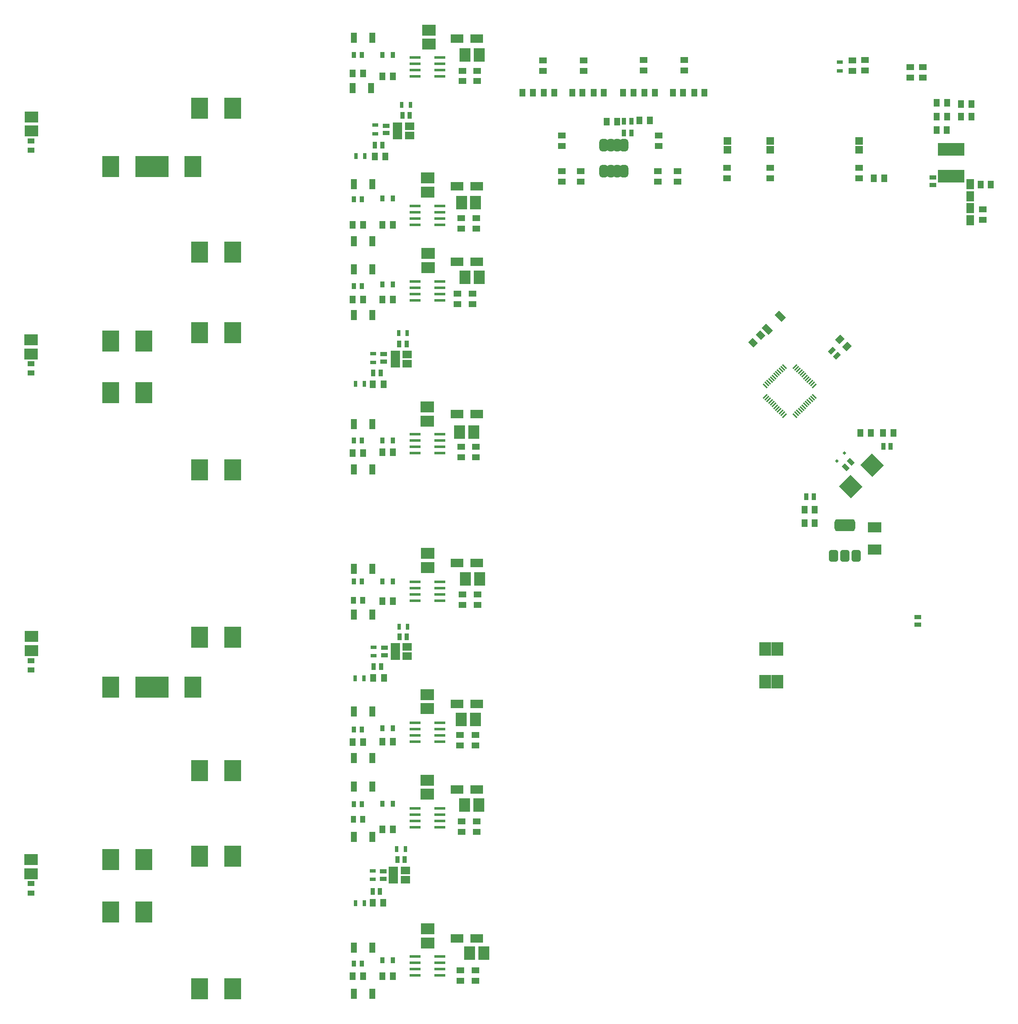
<source format=gbr>
%TF.GenerationSoftware,Altium Limited,Altium Designer,21.6.4 (81)*%
G04 Layer_Color=128*
%FSLAX43Y43*%
%MOMM*%
%TF.SameCoordinates,A962B9D3-E780-4B03-8A10-E236CC36F35F*%
%TF.FilePolarity,Positive*%
%TF.FileFunction,Paste,Bot*%
%TF.Part,Single*%
G01*
G75*
%TA.AperFunction,SMDPad,CuDef*%
%ADD12R,1.157X1.508*%
%ADD16R,1.508X1.157*%
%ADD77R,0.950X1.350*%
%ADD78R,1.350X0.950*%
%ADD79R,1.250X2.000*%
%ADD80R,1.508X1.207*%
%ADD83R,1.207X1.508*%
G04:AMPARAMS|DCode=84|XSize=1.194mm|YSize=0.305mm|CornerRadius=0mm|HoleSize=0mm|Usage=FLASHONLY|Rotation=315.000|XOffset=0mm|YOffset=0mm|HoleType=Round|Shape=Rectangle|*
%AMROTATEDRECTD84*
4,1,4,-0.530,0.314,-0.314,0.530,0.530,-0.314,0.314,-0.530,-0.530,0.314,0.0*
%
%ADD84ROTATEDRECTD84*%

G04:AMPARAMS|DCode=85|XSize=1.194mm|YSize=0.305mm|CornerRadius=0mm|HoleSize=0mm|Usage=FLASHONLY|Rotation=45.000|XOffset=0mm|YOffset=0mm|HoleType=Round|Shape=Rectangle|*
%AMROTATEDRECTD85*
4,1,4,-0.314,-0.530,-0.530,-0.314,0.314,0.530,0.530,0.314,-0.314,-0.530,0.0*
%
%ADD85ROTATEDRECTD85*%

G04:AMPARAMS|DCode=86|XSize=1.207mm|YSize=1.508mm|CornerRadius=0mm|HoleSize=0mm|Usage=FLASHONLY|Rotation=45.000|XOffset=0mm|YOffset=0mm|HoleType=Round|Shape=Rectangle|*
%AMROTATEDRECTD86*
4,1,4,0.107,-0.960,-0.960,0.107,-0.107,0.960,0.960,-0.107,0.107,-0.960,0.0*
%
%ADD86ROTATEDRECTD86*%

G04:AMPARAMS|DCode=88|XSize=0.95mm|YSize=1.35mm|CornerRadius=0mm|HoleSize=0mm|Usage=FLASHONLY|Rotation=45.000|XOffset=0mm|YOffset=0mm|HoleType=Round|Shape=Rectangle|*
%AMROTATEDRECTD88*
4,1,4,0.141,-0.813,-0.813,0.141,-0.141,0.813,0.813,-0.141,0.141,-0.813,0.0*
%
%ADD88ROTATEDRECTD88*%

G04:AMPARAMS|DCode=90|XSize=0.95mm|YSize=1.35mm|CornerRadius=0mm|HoleSize=0mm|Usage=FLASHONLY|Rotation=135.000|XOffset=0mm|YOffset=0mm|HoleType=Round|Shape=Rectangle|*
%AMROTATEDRECTD90*
4,1,4,0.813,0.141,-0.141,-0.813,-0.813,-0.141,0.141,0.813,0.813,0.141,0.0*
%
%ADD90ROTATEDRECTD90*%

%ADD91R,1.408X1.007*%
%ADD93R,1.308X0.757*%
%ADD94R,0.757X1.308*%
%ADD95R,1.007X1.408*%
%ADD96R,2.270X0.558*%
%ADD97R,0.808X1.262*%
%ADD98R,0.900X1.200*%
%ADD99R,2.500X1.700*%
G04:AMPARAMS|DCode=100|XSize=1.25mm|YSize=2mm|CornerRadius=0mm|HoleSize=0mm|Usage=FLASHONLY|Rotation=225.000|XOffset=0mm|YOffset=0mm|HoleType=Round|Shape=Rectangle|*
%AMROTATEDRECTD100*
4,1,4,-0.265,1.149,1.149,-0.265,0.265,-1.149,-1.149,0.265,-0.265,1.149,0.0*
%
%ADD100ROTATEDRECTD100*%

G04:AMPARAMS|DCode=101|XSize=1.207mm|YSize=1.508mm|CornerRadius=0mm|HoleSize=0mm|Usage=FLASHONLY|Rotation=315.000|XOffset=0mm|YOffset=0mm|HoleType=Round|Shape=Rectangle|*
%AMROTATEDRECTD101*
4,1,4,-0.960,-0.107,0.107,0.960,0.960,0.107,-0.107,-0.960,-0.960,-0.107,0.0*
%
%ADD101ROTATEDRECTD101*%

%ADD104R,1.556X1.505*%
%ADD105R,2.800X2.000*%
%TA.AperFunction,NonConductor*%
%ADD123P,0.707X4X90.0*%
%TA.AperFunction,SMDPad,CuDef*%
%ADD124R,2.450X2.800*%
%ADD125R,3.400X4.300*%
G04:AMPARAMS|DCode=126|XSize=4.15mm|YSize=2.45mm|CornerRadius=0.551mm|HoleSize=0mm|Usage=FLASHONLY|Rotation=0.000|XOffset=0mm|YOffset=0mm|HoleType=Round|Shape=RoundedRectangle|*
%AMROUNDEDRECTD126*
21,1,4.150,1.349,0,0,0.0*
21,1,3.049,2.450,0,0,0.0*
1,1,1.102,1.524,-0.674*
1,1,1.102,-1.524,-0.674*
1,1,1.102,-1.524,0.674*
1,1,1.102,1.524,0.674*
%
%ADD126ROUNDEDRECTD126*%
G04:AMPARAMS|DCode=127|XSize=1.9mm|YSize=2.45mm|CornerRadius=0.55mm|HoleSize=0mm|Usage=FLASHONLY|Rotation=0.000|XOffset=0mm|YOffset=0mm|HoleType=Round|Shape=RoundedRectangle|*
%AMROUNDEDRECTD127*
21,1,1.900,1.351,0,0,0.0*
21,1,0.801,2.450,0,0,0.0*
1,1,1.099,0.401,-0.676*
1,1,1.099,-0.401,-0.676*
1,1,1.099,-0.401,0.676*
1,1,1.099,0.401,0.676*
%
%ADD127ROUNDEDRECTD127*%
%ADD128R,2.300X2.800*%
%ADD129R,2.800X2.300*%
%ADD130R,1.650X2.525*%
%ADD131R,1.500X2.000*%
G04:AMPARAMS|DCode=132|XSize=3.45mm|YSize=3.35mm|CornerRadius=0mm|HoleSize=0mm|Usage=FLASHONLY|Rotation=315.000|XOffset=0mm|YOffset=0mm|HoleType=Round|Shape=Rectangle|*
%AMROTATEDRECTD132*
4,1,4,-2.404,0.035,-0.035,2.404,2.404,-0.035,0.035,-2.404,-2.404,0.035,0.0*
%
%ADD132ROTATEDRECTD132*%

%ADD133R,1.900X1.650*%
G04:AMPARAMS|DCode=134|XSize=1.8mm|YSize=2.6mm|CornerRadius=0.7mm|HoleSize=0mm|Usage=FLASHONLY|Rotation=0.000|XOffset=0mm|YOffset=0mm|HoleType=Round|Shape=RoundedRectangle|*
%AMROUNDEDRECTD134*
21,1,1.800,1.200,0,0,0.0*
21,1,0.400,2.600,0,0,0.0*
1,1,1.400,0.200,-0.600*
1,1,1.400,-0.200,-0.600*
1,1,1.400,-0.200,0.600*
1,1,1.400,0.200,0.600*
%
%ADD134ROUNDEDRECTD134*%
G04:AMPARAMS|DCode=135|XSize=1.6mm|YSize=2.6mm|CornerRadius=0.65mm|HoleSize=0mm|Usage=FLASHONLY|Rotation=0.000|XOffset=0mm|YOffset=0mm|HoleType=Round|Shape=RoundedRectangle|*
%AMROUNDEDRECTD135*
21,1,1.600,1.300,0,0,0.0*
21,1,0.300,2.600,0,0,0.0*
1,1,1.300,0.150,-0.650*
1,1,1.300,-0.150,-0.650*
1,1,1.300,-0.150,0.650*
1,1,1.300,0.150,0.650*
%
%ADD135ROUNDEDRECTD135*%
D12*
X88653Y172850D02*
D03*
X86501D02*
D03*
X86207Y67575D02*
D03*
X88359D02*
D03*
X189426Y168425D02*
D03*
X187274D02*
D03*
X86123Y126835D02*
D03*
X88274D02*
D03*
X86099Y22225D02*
D03*
X88251D02*
D03*
D16*
X209313Y160021D02*
D03*
Y162173D02*
D03*
X182995Y190052D02*
D03*
Y192204D02*
D03*
X185535Y192326D02*
D03*
Y190174D02*
D03*
D77*
X86275Y69900D02*
D03*
X87775D02*
D03*
X86178Y129104D02*
D03*
X87678D02*
D03*
X190700Y114276D02*
D03*
X189200D02*
D03*
X173648Y104125D02*
D03*
X175148D02*
D03*
X91435Y134994D02*
D03*
X92935D02*
D03*
X92075Y181118D02*
D03*
X93575D02*
D03*
X91479Y75897D02*
D03*
X92979D02*
D03*
X91062Y30956D02*
D03*
X92562D02*
D03*
X138330Y179959D02*
D03*
X136830D02*
D03*
X138330Y177546D02*
D03*
X136830D02*
D03*
X88007Y175110D02*
D03*
X86507D02*
D03*
X87567Y24500D02*
D03*
X86067D02*
D03*
D78*
X88479Y73675D02*
D03*
Y72175D02*
D03*
X199207Y167092D02*
D03*
Y168592D02*
D03*
X196150Y78350D02*
D03*
Y79850D02*
D03*
X88259Y131400D02*
D03*
Y132900D02*
D03*
X88825Y177523D02*
D03*
Y179023D02*
D03*
X88199Y27025D02*
D03*
Y28525D02*
D03*
D79*
X86000Y80400D02*
D03*
X82250D02*
D03*
X86000Y3829D02*
D03*
X82250D02*
D03*
Y13100D02*
D03*
X86000D02*
D03*
X82250Y51446D02*
D03*
X86000D02*
D03*
X82250Y60844D02*
D03*
X86000D02*
D03*
Y45649D02*
D03*
X82250D02*
D03*
Y35489D02*
D03*
X86000D02*
D03*
Y155694D02*
D03*
X82250D02*
D03*
X86000Y167255D02*
D03*
X82250D02*
D03*
X82000Y186600D02*
D03*
X85750D02*
D03*
X86000Y196760D02*
D03*
X82250D02*
D03*
X86000Y89602D02*
D03*
X82250D02*
D03*
X86000Y109683D02*
D03*
X82250D02*
D03*
X86000Y118827D02*
D03*
X82250D02*
D03*
X86000Y140793D02*
D03*
X82250D02*
D03*
X86000Y150064D02*
D03*
X82250D02*
D03*
D80*
X103237Y143033D02*
D03*
Y145135D02*
D03*
X128055Y167733D02*
D03*
Y169834D02*
D03*
X106800Y53923D02*
D03*
Y56025D02*
D03*
X106855Y8580D02*
D03*
Y6478D02*
D03*
X107003Y160335D02*
D03*
Y158233D02*
D03*
X107175Y190126D02*
D03*
Y188024D02*
D03*
X107257Y84426D02*
D03*
Y82324D02*
D03*
X106900Y114254D02*
D03*
Y112152D02*
D03*
X106264Y145135D02*
D03*
Y143033D02*
D03*
X107100Y38598D02*
D03*
Y36497D02*
D03*
X104257Y82324D02*
D03*
Y84426D02*
D03*
X103793Y8580D02*
D03*
Y6478D02*
D03*
X103700Y56025D02*
D03*
Y53923D02*
D03*
X103975Y112152D02*
D03*
Y114254D02*
D03*
X166375Y170551D02*
D03*
Y168449D02*
D03*
X157650D02*
D03*
Y170551D02*
D03*
X184300Y168399D02*
D03*
Y170501D02*
D03*
X140755Y190212D02*
D03*
Y192313D02*
D03*
X120435Y190085D02*
D03*
Y192186D02*
D03*
X143803Y177073D02*
D03*
Y174972D02*
D03*
X124262Y174954D02*
D03*
Y177056D02*
D03*
X143676Y169834D02*
D03*
Y167733D02*
D03*
X124245D02*
D03*
Y169834D02*
D03*
X147613D02*
D03*
Y167733D02*
D03*
X149010Y190212D02*
D03*
Y192313D02*
D03*
X128690Y190119D02*
D03*
Y192221D02*
D03*
X104003Y160335D02*
D03*
Y158233D02*
D03*
X104175Y188024D02*
D03*
Y190126D02*
D03*
X197140Y190876D02*
D03*
Y188774D02*
D03*
X194600Y190876D02*
D03*
Y188774D02*
D03*
X104056Y36497D02*
D03*
Y38598D02*
D03*
D83*
X199934Y178130D02*
D03*
X202036D02*
D03*
X202063Y183647D02*
D03*
X199962D02*
D03*
X210938Y167122D02*
D03*
X208837D02*
D03*
X202063Y180897D02*
D03*
X199962D02*
D03*
X204903Y183437D02*
D03*
X207005D02*
D03*
Y180897D02*
D03*
X204903D02*
D03*
X82074Y7385D02*
D03*
X84176D02*
D03*
X90176D02*
D03*
X88074D02*
D03*
X82074Y54621D02*
D03*
X84176D02*
D03*
X90176Y54748D02*
D03*
X88074D02*
D03*
X90176Y37022D02*
D03*
X88074D02*
D03*
X84176Y158996D02*
D03*
X82074D02*
D03*
X90176D02*
D03*
X88074D02*
D03*
X143076Y185674D02*
D03*
X140974D02*
D03*
X122756D02*
D03*
X120654D02*
D03*
X138758D02*
D03*
X136656D02*
D03*
X118438D02*
D03*
X116336D02*
D03*
X153109D02*
D03*
X151007D02*
D03*
X132788D02*
D03*
X130687D02*
D03*
X148790D02*
D03*
X146689D02*
D03*
X128471D02*
D03*
X126369D02*
D03*
X139958Y180086D02*
D03*
X142059D02*
D03*
X133354Y179832D02*
D03*
X135456D02*
D03*
X82072Y189581D02*
D03*
X84174D02*
D03*
X173274Y101550D02*
D03*
X175376D02*
D03*
X191226Y117000D02*
D03*
X189124D02*
D03*
X175371Y98800D02*
D03*
X173269D02*
D03*
X186701Y117000D02*
D03*
X184599D02*
D03*
X88074Y188956D02*
D03*
X90176D02*
D03*
X88074Y83090D02*
D03*
X90176D02*
D03*
X84176Y112985D02*
D03*
X82074D02*
D03*
X88074Y113112D02*
D03*
X90176D02*
D03*
X84176Y143968D02*
D03*
X82074D02*
D03*
X88074D02*
D03*
X90176D02*
D03*
D84*
X169234Y130434D02*
D03*
X168881Y130080D02*
D03*
X168527Y129727D02*
D03*
X168173Y129373D02*
D03*
X167820Y129020D02*
D03*
X167466Y128666D02*
D03*
X167113Y128313D02*
D03*
X166759Y127959D02*
D03*
X166406Y127605D02*
D03*
X166052Y127252D02*
D03*
X165699Y126898D02*
D03*
X165345Y126545D02*
D03*
X171355Y120534D02*
D03*
X171709Y120888D02*
D03*
X172063Y121242D02*
D03*
X172416Y121595D02*
D03*
X172770Y121949D02*
D03*
X173123Y122302D02*
D03*
X173477Y122656D02*
D03*
X173830Y123009D02*
D03*
X174184Y123363D02*
D03*
X174537Y123716D02*
D03*
X174891Y124070D02*
D03*
X175245Y124424D02*
D03*
D85*
X165345D02*
D03*
X165699Y124070D02*
D03*
X166052Y123716D02*
D03*
X166406Y123363D02*
D03*
X166759Y123009D02*
D03*
X167113Y122656D02*
D03*
X167466Y122302D02*
D03*
X167820Y121949D02*
D03*
X168173Y121595D02*
D03*
X168527Y121242D02*
D03*
X168881Y120888D02*
D03*
X169234Y120534D02*
D03*
X175245Y126545D02*
D03*
X174891Y126898D02*
D03*
X174537Y127252D02*
D03*
X174184Y127605D02*
D03*
X173830Y127959D02*
D03*
X173477Y128313D02*
D03*
X173123Y128666D02*
D03*
X172770Y129020D02*
D03*
X172416Y129373D02*
D03*
X172063Y129727D02*
D03*
X171709Y130080D02*
D03*
X171355Y130434D02*
D03*
D86*
X164418Y136742D02*
D03*
X162932Y135256D02*
D03*
D88*
X181575Y110095D02*
D03*
X182636Y111156D02*
D03*
D90*
X178781Y133635D02*
D03*
X179842Y132574D02*
D03*
D91*
X17125Y71050D02*
D03*
Y69148D02*
D03*
Y175956D02*
D03*
Y174055D02*
D03*
Y131010D02*
D03*
Y129108D02*
D03*
Y26088D02*
D03*
Y24187D02*
D03*
D93*
X86178Y131274D02*
D03*
Y133026D02*
D03*
X86625Y177397D02*
D03*
Y179148D02*
D03*
X86304Y72049D02*
D03*
Y73801D02*
D03*
X86125Y26899D02*
D03*
Y28651D02*
D03*
X180455Y190129D02*
D03*
Y191881D02*
D03*
D94*
X93061Y137145D02*
D03*
X91309D02*
D03*
X93701Y183218D02*
D03*
X91949D02*
D03*
X93155Y77947D02*
D03*
X91404D02*
D03*
X92688Y33025D02*
D03*
X90936D02*
D03*
X84451Y172929D02*
D03*
X82699D02*
D03*
X84326Y67475D02*
D03*
X82574D02*
D03*
X84399Y126915D02*
D03*
X82647D02*
D03*
X84376Y22111D02*
D03*
X82624D02*
D03*
D95*
X82174Y39045D02*
D03*
X84076D02*
D03*
X82174Y83244D02*
D03*
X84076D02*
D03*
D96*
X94611Y11339D02*
D03*
Y10069D02*
D03*
Y8799D02*
D03*
Y7529D02*
D03*
X99639D02*
D03*
Y8799D02*
D03*
Y10069D02*
D03*
Y11339D02*
D03*
X94611Y58530D02*
D03*
Y57260D02*
D03*
Y55990D02*
D03*
Y54720D02*
D03*
X99639D02*
D03*
Y55990D02*
D03*
Y57260D02*
D03*
Y58530D02*
D03*
Y116759D02*
D03*
Y115489D02*
D03*
Y114219D02*
D03*
Y112949D02*
D03*
X94611D02*
D03*
Y114219D02*
D03*
Y115489D02*
D03*
Y116759D02*
D03*
X99639Y162840D02*
D03*
Y161570D02*
D03*
Y160300D02*
D03*
Y159030D02*
D03*
X94611D02*
D03*
Y160300D02*
D03*
Y161570D02*
D03*
Y162840D02*
D03*
X99639Y192766D02*
D03*
Y191496D02*
D03*
Y190226D02*
D03*
Y188956D02*
D03*
X94611D02*
D03*
Y190226D02*
D03*
Y191496D02*
D03*
Y192766D02*
D03*
X99639Y87006D02*
D03*
Y85736D02*
D03*
Y84466D02*
D03*
Y83196D02*
D03*
X94611D02*
D03*
Y84466D02*
D03*
Y85736D02*
D03*
Y87006D02*
D03*
X99639Y147615D02*
D03*
Y146345D02*
D03*
Y145075D02*
D03*
Y143805D02*
D03*
X94611D02*
D03*
Y145075D02*
D03*
Y146345D02*
D03*
Y147615D02*
D03*
X99639Y41261D02*
D03*
Y39991D02*
D03*
Y38721D02*
D03*
Y37451D02*
D03*
X94611D02*
D03*
Y38721D02*
D03*
Y39991D02*
D03*
Y41261D02*
D03*
D97*
X82323Y9925D02*
D03*
X83927D02*
D03*
Y57161D02*
D03*
X82323D02*
D03*
X83927Y42093D02*
D03*
X82323D02*
D03*
X83927Y164207D02*
D03*
X82323D02*
D03*
X83927Y193331D02*
D03*
X82323D02*
D03*
X83927Y87047D02*
D03*
X82323D02*
D03*
X83927Y115525D02*
D03*
X82323D02*
D03*
X83927Y146635D02*
D03*
X82323D02*
D03*
D98*
X88075Y10560D02*
D03*
X90175D02*
D03*
X88075Y57415D02*
D03*
X90175D02*
D03*
Y164384D02*
D03*
X88075D02*
D03*
Y193331D02*
D03*
X90175D02*
D03*
Y87047D02*
D03*
X88075D02*
D03*
X90175Y115525D02*
D03*
X88075D02*
D03*
X90175Y42207D02*
D03*
X88075D02*
D03*
X90175Y147016D02*
D03*
X88075D02*
D03*
D99*
X103125Y15022D02*
D03*
X107125D02*
D03*
Y62340D02*
D03*
X103125D02*
D03*
X107125Y120823D02*
D03*
X103125D02*
D03*
Y166777D02*
D03*
X107125D02*
D03*
X103125Y196576D02*
D03*
X107125D02*
D03*
X103125Y90816D02*
D03*
X107125D02*
D03*
X103125Y151552D02*
D03*
X107125D02*
D03*
X103125Y45071D02*
D03*
X107125D02*
D03*
D100*
X168401Y140551D02*
D03*
X165749Y137899D02*
D03*
D101*
X181868Y134457D02*
D03*
X180382Y135943D02*
D03*
D104*
X166375Y175958D02*
D03*
Y174156D02*
D03*
X157725Y175958D02*
D03*
Y174156D02*
D03*
X184300Y175958D02*
D03*
Y174156D02*
D03*
D105*
X187450Y93500D02*
D03*
Y98000D02*
D03*
D123*
X179804Y111371D02*
D03*
X181360Y112926D02*
D03*
D124*
X167800Y73400D02*
D03*
Y66850D02*
D03*
X165350Y73400D02*
D03*
Y66850D02*
D03*
D125*
X49800Y170750D02*
D03*
X43150D02*
D03*
X49800Y65675D02*
D03*
X43150D02*
D03*
X33200Y65700D02*
D03*
X39850D02*
D03*
X57800Y182550D02*
D03*
X51150D02*
D03*
X33200Y170750D02*
D03*
X39850D02*
D03*
X33200Y30900D02*
D03*
X39850D02*
D03*
X33200Y20300D02*
D03*
X39850D02*
D03*
X33200Y135600D02*
D03*
X39850D02*
D03*
X33200Y125150D02*
D03*
X39850D02*
D03*
X57800Y75825D02*
D03*
X51150D02*
D03*
X57800Y4800D02*
D03*
X51150D02*
D03*
X57800Y109550D02*
D03*
X51150D02*
D03*
X57800Y137289D02*
D03*
X51150D02*
D03*
X57800Y31575D02*
D03*
X51150D02*
D03*
X57800Y48850D02*
D03*
X51150D02*
D03*
X57800Y153550D02*
D03*
X51150D02*
D03*
D126*
X181450Y98375D02*
D03*
D127*
X179150Y92225D02*
D03*
X181450D02*
D03*
X183750D02*
D03*
D128*
X104750Y193300D02*
D03*
X107600D02*
D03*
X104027Y163475D02*
D03*
X106877D02*
D03*
X103618Y117190D02*
D03*
X106468D02*
D03*
X104850Y87529D02*
D03*
X107700D02*
D03*
X104000Y59200D02*
D03*
X106850D02*
D03*
X105650Y12000D02*
D03*
X108500D02*
D03*
X107525Y41904D02*
D03*
X104675D02*
D03*
X107616Y148410D02*
D03*
X104766D02*
D03*
D129*
X97175Y168500D02*
D03*
Y165650D02*
D03*
X97125Y119398D02*
D03*
Y122248D02*
D03*
X97450Y198325D02*
D03*
Y195475D02*
D03*
X97200Y16950D02*
D03*
Y14100D02*
D03*
X17200Y73075D02*
D03*
Y75925D02*
D03*
X97175Y89875D02*
D03*
Y92725D02*
D03*
X17125Y28050D02*
D03*
Y30900D02*
D03*
X17150Y177950D02*
D03*
Y180800D02*
D03*
X17125Y132983D02*
D03*
Y135833D02*
D03*
X97125Y44090D02*
D03*
Y46940D02*
D03*
X97277Y150375D02*
D03*
Y153225D02*
D03*
X97125Y61375D02*
D03*
Y64225D02*
D03*
D130*
X200985Y168814D02*
D03*
X202255D02*
D03*
X203525D02*
D03*
X204795D02*
D03*
Y174238D02*
D03*
X203525D02*
D03*
X202255D02*
D03*
X200985D02*
D03*
D131*
X206738Y162372D02*
D03*
Y159972D02*
D03*
X206788Y164797D02*
D03*
Y167197D02*
D03*
D132*
X186965Y110531D02*
D03*
X182581Y106147D02*
D03*
D133*
X93034Y130998D02*
D03*
Y132898D02*
D03*
X90634D02*
D03*
Y131948D02*
D03*
Y130998D02*
D03*
X93525Y177048D02*
D03*
Y178948D02*
D03*
X91125D02*
D03*
Y177998D02*
D03*
Y177048D02*
D03*
X93079Y71975D02*
D03*
Y73875D02*
D03*
X90679D02*
D03*
Y72925D02*
D03*
Y71975D02*
D03*
X92662Y26825D02*
D03*
Y28725D02*
D03*
X90262D02*
D03*
Y27775D02*
D03*
Y26825D02*
D03*
D134*
X136811Y169866D02*
D03*
X132761D02*
D03*
X136811Y175066D02*
D03*
X132761D02*
D03*
D135*
X135421Y169866D02*
D03*
X134151D02*
D03*
X135421Y175066D02*
D03*
X134151D02*
D03*
%TF.MD5,7c1feea56f5e36a451f714893dc396da*%
M02*

</source>
